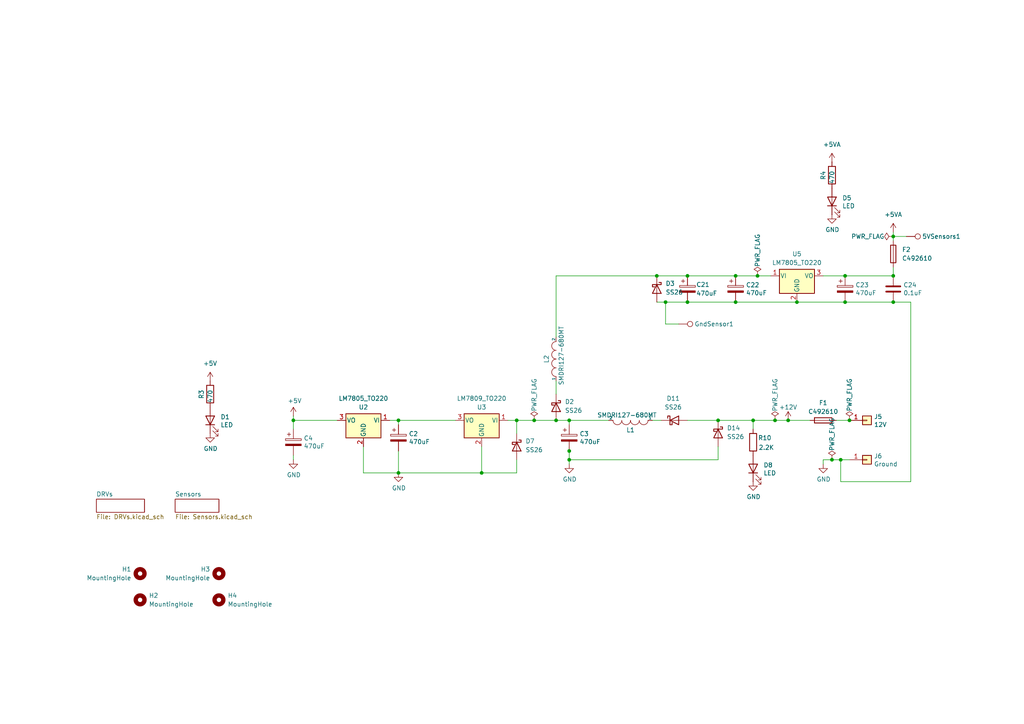
<source format=kicad_sch>
(kicad_sch (version 20231120) (generator "eeschema") (generator_version "8.0")
  (paper "A4")
  (title_block (title "NanoSprayLinear") (date "2024-11-05"))
  (lib_symbols
    (symbol "Diode:SS26" (pin_numbers hide) (pin_names (offset 1.016) hide)
      (property "Reference" "D" (at 0 2.54 0))
      (property "Value" "SS26" (at 0 -2.54 0))
      (symbol "SS26_0_1"
        (polyline (pts (xy 1.27 0) (xy -1.27 0)))
        (polyline (pts (xy 1.27 1.27) (xy 1.27 -1.27) (xy -1.27 0) (xy 1.27 1.27)) (stroke (width 0.254)))
        (polyline (pts (xy -1.905 0.635) (xy -1.905 1.27) (xy -1.27 1.27) (xy -1.27 -1.27) (xy -0.635 -1.27) (xy -0.635 -0.635)) (stroke (width 0.254)))
      )
      (symbol "SS26_1_1"
        (pin passive line (at -3.81 0 0) (length 2.54) (name "K") (number "1"))
        (pin passive line (at 3.81 0 180) (length 2.54) (name "A") (number "2"))
      )
    )
    (symbol "Mechanical:MountingHole" (pin_names (offset 1.016)) (exclude_from_sim yes) (in_bom no)
      (property "Reference" "H" (at 0 5.08 0))
      (property "Value" "MountingHole" (at 0 3.175 0))
      (symbol "MountingHole_0_1"
        (circle (center 0 0) (radius 1.27) (stroke (width 1.27)))
      )
    )
    (symbol "MountingHole_1" (pin_numbers hide) (pin_names (offset 1.016) hide) (exclude_from_sim yes) (in_bom no)
      (property "Reference" "H" (at 0 5.08 0))
      (property "Value" "MountingHole" (at 0 3.175 0))
      (symbol "MountingHole_1_0_1"
        (circle (center 0 0) (radius 1.27) (stroke (width 1.27)))
      )
    )
    (symbol "MountingHole_2" (pin_numbers hide) (pin_names (offset 1.016) hide) (exclude_from_sim yes) (in_bom no)
      (property "Reference" "H" (at 0 5.08 0))
      (property "Value" "MountingHole" (at 0 3.175 0))
      (symbol "MountingHole_2_0_1"
        (circle (center 0 0) (radius 1.27) (stroke (width 1.27)))
      )
    )
    (symbol "RC17Symbols:C" (pin_numbers hide) (pin_names (offset 0.254))
      (property "Reference" "C" (at 0.635 2.54 0))
      (property "Value" "C" (at 0.635 -2.54 0))
      (symbol "C_0_1"
        (polyline (pts (xy -2.032 -0.762) (xy 2.032 -0.762)) (stroke (width 0.508)))
        (polyline (pts (xy -2.032 0.762) (xy 2.032 0.762)) (stroke (width 0.508)))
      )
      (symbol "C_1_1"
        (pin passive line (at 0 3.81 270) (length 2.794) (name "~") (number "1"))
        (pin passive line (at 0 -3.81 90) (length 2.794) (name "~") (number "2"))
      )
    )
    (symbol "RC17Symbols:C_Polarized" (pin_numbers hide) (pin_names (offset 0.254))
      (property "Reference" "C" (at 0.635 2.54 0))
      (property "Value" "C_Polarized" (at 0.635 -2.54 0))
      (symbol "C_Polarized_0_1"
        (rectangle (start -2.286 0.508) (end 2.286 1.016))
        (polyline (pts (xy -1.778 2.286) (xy -0.762 2.286)))
        (polyline (pts (xy -1.27 2.794) (xy -1.27 1.778)))
        (rectangle (start 2.286 -0.508) (end -2.286 -1.016) (fill (type outline)))
      )
      (symbol "C_Polarized_1_1"
        (pin passive line (at 0 3.81 270) (length 2.794) (name "~") (number "1"))
        (pin passive line (at 0 -3.81 90) (length 2.794) (name "~") (number "2"))
      )
    )
    (symbol "RC17Symbols:Conn_01x01" (pin_names (offset 1.016) hide)
      (property "Reference" "J" (at 0 2.54 0))
      (property "Value" "Conn_01x01" (at 0 -2.54 0))
      (symbol "Conn_01x01_1_1"
        (rectangle (start -1.27 0.127) (end 0 -0.127) (stroke (width 0.1524)))
        (rectangle (start -1.27 1.27) (end 1.27 -1.27) (stroke (width 0.254)) (fill (type background)))
        (pin passive line (at -5.08 0 0) (length 3.81) (name "Pin_1") (number "1"))
      )
    )
    (symbol "RC17Symbols:Fuse" (pin_numbers hide) (pin_names (offset 0))
      (property "Reference" "F" (at 2.032 0 90))
      (property "Value" "Fuse" (at -1.905 0 90))
      (symbol "Fuse_0_1"
        (rectangle (start -0.762 -2.54) (end 0.762 2.54) (stroke (width 0.254)))
        (polyline (pts (xy 0 2.54) (xy 0 -2.54)))
      )
      (symbol "Fuse_1_1"
        (pin passive line (at 0 3.81 270) (length 1.27) (name "~") (number "1"))
        (pin passive line (at 0 -3.81 90) (length 1.27) (name "~") (number "2"))
      )
    )
    (symbol "RC17Symbols:INDUCTOR" (pin_numbers hide) (pin_names (offset 0))
      (property "Reference" "L1" (at 0 5.461 0))
      (property "Value" "SMDRI127-330MT" (at 0 3.1496 0))
      (symbol "INDUCTOR_0_1"
        (arc (start -2.54 0) (mid -3.81 1.2645) (end -5.08 0))
        (arc (start 0 0) (mid -1.27 1.2645) (end -2.54 0))
        (arc (start 2.54 0) (mid 1.27 1.2645) (end 0 0))
        (arc (start 5.08 0) (mid 3.81 1.2645) (end 2.54 0))
      )
      (symbol "INDUCTOR_1_1"
        (pin input line (at -6.35 0 0) (length 1.27) (name "1") (number "1"))
        (pin input line (at 6.35 0 180) (length 1.27) (name "2") (number "2"))
      )
    )
    (symbol "RC17Symbols:LED" (pin_numbers hide) (pin_names (offset 1.016) hide)
      (property "Reference" "D" (at 0 2.54 0))
      (property "Value" "LED" (at 0 -2.54 0))
      (symbol "LED_0_1"
        (polyline (pts (xy -1.27 -1.27) (xy -1.27 1.27)) (stroke (width 0.254)))
        (polyline (pts (xy -1.27 0) (xy 1.27 0)))
        (polyline (pts (xy 1.27 -1.27) (xy 1.27 1.27) (xy -1.27 0) (xy 1.27 -1.27)) (stroke (width 0.254)))
        (polyline (pts (xy -3.048 -0.762) (xy -4.572 -2.286) (xy -3.81 -2.286) (xy -4.572 -2.286) (xy -4.572 -1.524)))
        (polyline (pts (xy -1.778 -0.762) (xy -3.302 -2.286) (xy -2.54 -2.286) (xy -3.302 -2.286) (xy -3.302 -1.524)))
      )
      (symbol "LED_1_1"
        (pin passive line (at -3.81 0 0) (length 2.54) (name "K") (number "1"))
        (pin passive line (at 3.81 0 180) (length 2.54) (name "A") (number "2"))
      )
    )
    (symbol "RC17Symbols:LM7805_TO220" (pin_names (offset 0.254))
      (property "Reference" "U" (at -3.81 3.175 0))
      (property "Value" "LM7805_TO220" (at 0 3.175 0))
      (symbol "LM7805_TO220_0_1"
        (rectangle (start -5.08 1.905) (end 5.08 -5.08) (stroke (width 0.254)) (fill (type background)))
      )
      (symbol "LM7805_TO220_1_1"
        (pin power_in line (at -7.62 0 0) (length 2.54) (name "VI") (number "1"))
        (pin power_in line (at 0 -7.62 90) (length 2.54) (name "GND") (number "2"))
        (pin power_out line (at 7.62 0 180) (length 2.54) (name "VO") (number "3"))
      )
    )
    (symbol "RC17Symbols:R" (pin_numbers hide) (pin_names (offset 0))
      (property "Reference" "R" (at 2.032 0 90))
      (property "Value" "R" (at 0 0 90))
      (symbol "R_0_1"
        (rectangle (start -1.016 -2.54) (end 1.016 2.54) (stroke (width 0.254)))
      )
      (symbol "R_1_1"
        (pin passive line (at 0 3.81 270) (length 1.27) (name "~") (number "1"))
        (pin passive line (at 0 -3.81 90) (length 1.27) (name "~") (number "2"))
      )
    )
    (symbol "RC17Symbols:WirePad" (pin_numbers hide) (pin_names (offset 0.762) hide)
      (property "Reference" "WP" (at 0 6.858 0))
      (property "Value" "WirePad" (at 0 5.08 0))
      (symbol "WirePad_0_1"
        (circle (center 0 3.302) (radius 0.762))
      )
      (symbol "WirePad_1_1"
        (pin passive line (at 0 0 90) (length 2.54) (name "1") (number "1"))
      )
    )
    (symbol "Regulator_Linear:LM7809_TO220" (pin_names (offset 0.254))
      (property "Reference" "U" (at -3.81 3.175 0))
      (property "Value" "LM7809_TO220" (at 0 3.175 0))
      (symbol "LM7809_TO220_0_1"
        (rectangle (start -5.08 1.905) (end 5.08 -5.08) (stroke (width 0.254)) (fill (type background)))
      )
      (symbol "LM7809_TO220_1_1"
        (pin power_in line (at -7.62 0 0) (length 2.54) (name "VI") (number "1"))
        (pin power_in line (at 0 -7.62 90) (length 2.54) (name "GND") (number "2"))
        (pin power_out line (at 7.62 0 180) (length 2.54) (name "VO") (number "3"))
      )
    )
    (symbol "power:+12V" (power) (pin_numbers hide) (pin_names (offset 0) hide)
      (property "Value" "+12V" (at 0 3.556 0))
      (symbol "+12V_0_1"
        (polyline (pts (xy -0.762 1.27) (xy 0 2.54)))
        (polyline (pts (xy 0 0) (xy 0 2.54)))
        (polyline (pts (xy 0 2.54) (xy 0.762 1.27)))
      )
      (symbol "+12V_1_1"
        (pin power_in line (at 0 0 90) (length 0) (name "~") (number "1"))
      )
    )
    (symbol "power:+5V" (power) (pin_numbers hide) (pin_names (offset 0) hide)
      (property "Value" "+5V" (at 0 3.556 0))
      (symbol "+5V_0_1"
        (polyline (pts (xy -0.762 1.27) (xy 0 2.54)))
        (polyline (pts (xy 0 0) (xy 0 2.54)))
        (polyline (pts (xy 0 2.54) (xy 0.762 1.27)))
      )
      (symbol "+5V_1_1"
        (pin power_in line (at 0 0 90) (length 0) (name "~") (number "1"))
      )
    )
    (symbol "power:+5VA" (power) (pin_numbers hide) (pin_names (offset 0) hide)
      (property "Value" "+5VA" (at 0 3.556 0))
      (symbol "+5VA_0_1"
        (polyline (pts (xy -0.762 1.27) (xy 0 2.54)))
        (polyline (pts (xy 0 0) (xy 0 2.54)))
        (polyline (pts (xy 0 2.54) (xy 0.762 1.27)))
      )
      (symbol "+5VA_1_1"
        (pin power_in line (at 0 0 90) (length 0) (name "~") (number "1"))
      )
    )
    (symbol "power:GND" (power) (pin_numbers hide) (pin_names (offset 0) hide)
      (property "Value" "GND" (at 0 -3.81 0))
      (symbol "GND_0_1"
        (polyline (pts (xy 0 0) (xy 0 -1.27) (xy 1.27 -1.27) (xy 0 -2.54) (xy -1.27 -1.27) (xy 0 -1.27)))
      )
      (symbol "GND_1_1"
        (pin power_in line (at 0 0 270) (length 0) (name "~") (number "1"))
      )
    )
    (symbol "power:PWR_FLAG" (power) (pin_numbers hide) (pin_names (offset 0) hide)
      (property "Value" "PWR_FLAG" (at 0 3.81 0))
      (symbol "PWR_FLAG_0_0"
        (pin power_out line (at 0 0 90) (length 0) (name "~") (number "1"))
      )
      (symbol "PWR_FLAG_0_1"
        (polyline (pts (xy 0 0) (xy 0 1.27) (xy -1.016 1.905) (xy 0 2.54) (xy 1.016 1.905) (xy 0 1.27)))
      )
    )
  )
  (junction (at 154.94 121.92))
  (junction (at 85.09 121.92))
  (junction (at 165.1 121.92))
  (junction (at 199.39 87.63))
  (junction (at 213.36 80.01))
  (junction (at 245.11 87.63))
  (junction (at 259.08 87.63))
  (junction (at 165.1 133.35))
  (junction (at 241.3 133.35))
  (junction (at 231.14 87.63))
  (junction (at 219.71 80.01))
  (junction (at 259.08 68.58))
  (junction (at 115.57 121.92))
  (junction (at 165.1 130.81))
  (junction (at 259.08 80.01))
  (junction (at 199.39 80.01))
  (junction (at 190.5 80.01))
  (junction (at 139.7 137.16))
  (junction (at 243.84 133.35))
  (junction (at 228.6 121.92))
  (junction (at 213.36 87.63))
  (junction (at 149.86 121.92))
  (junction (at 115.57 137.16))
  (junction (at 245.11 80.01))
  (junction (at 224.79 121.92))
  (junction (at 218.44 121.92))
  (junction (at 246.38 121.92))
  (junction (at 161.29 121.92))
  (junction (at 208.28 121.92))
  (junction (at 193.04 87.63))
  (wire (pts (xy 199.39 80.01) (xy 213.36 80.01)))
  (wire (pts (xy 224.79 121.92) (xy 228.6 121.92)))
  (wire (pts (xy 165.1 129.54) (xy 165.1 130.81)))
  (wire (pts (xy 149.86 121.92) (xy 149.86 125.73)))
  (wire (pts (xy 149.86 133.35) (xy 149.86 137.16)))
  (wire (pts (xy 193.04 87.63) (xy 199.39 87.63)))
  (wire (pts (xy 147.32 121.92) (xy 149.86 121.92)))
  (wire (pts (xy 190.5 87.63) (xy 193.04 87.63)))
  (wire (pts (xy 105.41 129.54) (xy 105.41 137.16)))
  (wire (pts (xy 115.57 121.92) (xy 115.57 123.19)))
  (wire (pts (xy 208.28 129.54) (xy 208.28 133.35)))
  (wire (pts (xy 259.08 87.63) (xy 264.16 87.63)))
  (wire (pts (xy 115.57 121.92) (xy 132.08 121.92)))
  (wire (pts (xy 259.08 68.58) (xy 259.08 69.85)))
  (wire (pts (xy 161.29 80.01) (xy 161.29 97.79)))
  (wire (pts (xy 161.29 121.92) (xy 165.1 121.92)))
  (wire (pts (xy 246.38 133.35) (xy 243.84 133.35)))
  (wire (pts (xy 85.09 121.92) (xy 97.79 121.92)))
  (wire (pts (xy 218.44 121.92) (xy 218.44 124.46)))
  (wire (pts (xy 243.84 133.35) (xy 241.3 133.35)))
  (wire (pts (xy 85.09 132.08) (xy 85.09 133.35)))
  (wire (pts (xy 245.11 80.01) (xy 259.08 80.01)))
  (wire (pts (xy 161.29 110.49) (xy 161.29 114.3)))
  (wire (pts (xy 208.28 133.35) (xy 165.1 133.35)))
  (wire (pts (xy 213.36 80.01) (xy 219.71 80.01)))
  (wire (pts (xy 238.76 80.01) (xy 245.11 80.01)))
  (wire (pts (xy 113.03 121.92) (xy 115.57 121.92)))
  (wire (pts (xy 189.23 121.92) (xy 191.77 121.92)))
  (wire (pts (xy 208.28 121.92) (xy 218.44 121.92)))
  (wire (pts (xy 139.7 137.16) (xy 149.86 137.16)))
  (wire (pts (xy 264.16 87.63) (xy 264.16 139.7)))
  (wire (pts (xy 115.57 137.16) (xy 139.7 137.16)))
  (wire (pts (xy 193.04 93.98) (xy 196.85 93.98)))
  (wire (pts (xy 115.57 130.81) (xy 115.57 137.16)))
  (wire (pts (xy 165.1 130.81) (xy 165.1 133.35)))
  (wire (pts (xy 190.5 80.01) (xy 199.39 80.01)))
  (wire (pts (xy 85.09 121.92) (xy 85.09 124.46)))
  (wire (pts (xy 219.71 80.01) (xy 223.52 80.01)))
  (wire (pts (xy 161.29 80.01) (xy 190.5 80.01)))
  (wire (pts (xy 213.36 87.63) (xy 231.14 87.63)))
  (wire (pts (xy 218.44 121.92) (xy 224.79 121.92)))
  (wire (pts (xy 243.84 139.7) (xy 264.16 139.7)))
  (wire (pts (xy 259.08 67.31) (xy 259.08 68.58)))
  (wire (pts (xy 245.11 87.63) (xy 259.08 87.63)))
  (wire (pts (xy 259.08 77.47) (xy 259.08 80.01)))
  (wire (pts (xy 139.7 129.54) (xy 139.7 137.16)))
  (wire (pts (xy 243.84 133.35) (xy 243.84 139.7)))
  (wire (pts (xy 238.76 133.35) (xy 238.76 134.62)))
  (wire (pts (xy 154.94 121.92) (xy 161.29 121.92)))
  (wire (pts (xy 228.6 121.92) (xy 234.95 121.92)))
  (wire (pts (xy 231.14 87.63) (xy 245.11 87.63)))
  (wire (pts (xy 193.04 87.63) (xy 193.04 93.98)))
  (wire (pts (xy 105.41 137.16) (xy 115.57 137.16)))
  (wire (pts (xy 242.57 121.92) (xy 246.38 121.92)))
  (wire (pts (xy 199.39 121.92) (xy 208.28 121.92)))
  (wire (pts (xy 85.09 121.92) (xy 85.09 120.65)))
  (wire (pts (xy 149.86 121.92) (xy 154.94 121.92)))
  (wire (pts (xy 241.3 133.35) (xy 238.76 133.35)))
  (wire (pts (xy 165.1 121.92) (xy 165.1 123.19)))
  (wire (pts (xy 199.39 87.63) (xy 213.36 87.63)))
  (wire (pts (xy 259.08 68.58) (xy 262.89 68.58)))
  (wire (pts (xy 165.1 133.35) (xy 165.1 134.62)))
  (wire (pts (xy 165.1 121.92) (xy 176.53 121.92)))
  (symbol (lib_id "power:GND") (at 115.57 137.16 0) (unit 1)
    (property "Reference" "#PWR027" (effects (hide yes)))
    (property "Value" "GND" (at 115.697 141.5542 0))
    (property "Description" "Power symbol creates a global label with name \"GND\" , ground" (effects (hide yes)))
  )
  (symbol (lib_id "Diode:SS26") (at 190.5 83.82 270) (unit 1)
    (property "Reference" "D3" (at 193.04 82.2324 90) (effects (justify left)))
    (property "Value" "SS26" (at 193.04 84.7724 90) (effects (justify left)))
    (property "Footprint" "Diode_SMD:D_SMA" (effects (hide yes)))
    (property "Datasheet" "https://www.vishay.com/docs/88748/ss22.pdf" (effects (hide yes)))
    (property "Description" "60V 2A Schottky Diode, SMA" (effects (hide yes)))
  )
  (symbol (lib_id "Regulator_Linear:LM7809_TO220") (at 139.7 121.92 0) (mirror y) (unit 1)
    (property "Reference" "U3" (at 139.7 118.11 0))
    (property "Value" "LM7809_TO220" (at 139.7 115.57 0))
    (property "Footprint" "Package_TO_SOT_THT:TO-220-3_Vertical" (effects (hide yes)))
    (property "Datasheet" "https://www.onsemi.cn/PowerSolutions/document/MC7800-D.PDF" (effects (hide yes)))
    (property "Description" "Positive 1A 35V Linear Regulator, Fixed Output 9V, TO-220" (effects (hide yes)))
  )
  (symbol (lib_id "power:PWR_FLAG") (at 219.71 80.01 0) (unit 1)
    (property "Reference" "#FLG02" (effects (hide yes)))
    (property "Value" "PWR_FLAG" (at 219.71 77.47 90) (effects (justify left)))
    (property "Description" "Special symbol for telling ERC where power comes from" (effects (hide yes)))
  )
  (symbol (lib_id "RC17Symbols:C_Polarized") (at 115.57 127 0) (unit 1)
    (property "Reference" "C2" (at 118.5672 125.8316 0) (effects (justify left)))
    (property "Value" "470uF" (at 118.5672 128.143 0) (effects (justify left)))
    (property "Footprint" "Capacitor_SMD:CP_Elec_10x10.5" (effects (hide yes)))
  )
  (symbol (lib_id "power:PWR_FLAG") (at 241.3 133.35 0) (unit 1)
    (property "Reference" "#FLG05" (effects (hide yes)))
    (property "Value" "PWR_FLAG" (at 241.3 130.81 90) (effects (justify left)))
    (property "Description" "Special symbol for telling ERC where power comes from" (effects (hide yes)))
  )
  (symbol (lib_id "RC17Symbols:R") (at 241.3 50.8 180) (unit 1)
    (property "Reference" "R4" (at 238.76 49.53 90) (effects (justify left)))
    (property "Value" "470" (at 241.3 49.53 90) (effects (justify left)))
    (property "Footprint" "Resistor_SMD:R_0603_1608Metric" (effects (hide yes)))
  )
  (symbol (lib_id "RC17Symbols:Fuse") (at 259.08 73.66 0) (unit 1)
    (property "Reference" "F2" (at 261.62 72.39 0) (effects (justify left)))
    (property "Value" "C492610" (at 261.62 74.93 0) (effects (justify left)))
    (property "Footprint" "RC17Footprints:Fuse_Holder_C492610" (effects (hide yes)))
  )
  (symbol (lib_id "RC17Symbols:INDUCTOR") (at 161.29 104.14 90) (unit 1)
    (property "Reference" "L2" (at 158.496 104.14 0))
    (property "Value" "SMDRI127-680MT" (at 162.814 103.124 0))
    (property "Footprint" "RC17Footprints:TMPA1265SP-101MN-D" (effects (hide yes)))
  )
  (symbol (lib_id "Diode:SS26") (at 208.28 125.73 270) (unit 1)
    (property "Reference" "D14" (at 210.82 124.1424 90) (effects (justify left)))
    (property "Value" "SS26" (at 210.82 126.6824 90) (effects (justify left)))
    (property "Footprint" "Diode_SMD:D_SMA" (effects (hide yes)))
    (property "Datasheet" "https://www.vishay.com/docs/88748/ss22.pdf" (effects (hide yes)))
    (property "Description" "60V 2A Schottky Diode, SMA" (effects (hide yes)))
  )
  (symbol (lib_id "power:GND") (at 238.76 134.62 0) (unit 1)
    (property "Reference" "#PWR022" (effects (hide yes)))
    (property "Value" "GND" (at 238.887 139.0142 0))
    (property "Description" "Power symbol creates a global label with name \"GND\" , ground" (effects (hide yes)))
  )
  (symbol (lib_id "power:PWR_FLAG") (at 246.38 121.92 0) (unit 1)
    (property "Reference" "#FLG03" (effects (hide yes)))
    (property "Value" "PWR_FLAG" (at 246.38 119.38 90) (effects (justify left)))
    (property "Description" "Special symbol for telling ERC where power comes from" (effects (hide yes)))
  )
  (symbol (lib_id "power:+5VA") (at 241.3 46.99 0) (unit 1)
    (property "Reference" "#PWR020" (effects (hide yes)))
    (property "Value" "+5VA" (at 241.3 41.91 0))
    (property "Description" "Power symbol creates a global label with name \"+5VA\"" (effects (hide yes)))
  )
  (symbol (lib_id "RC17Symbols:Fuse") (at 238.76 121.92 90) (unit 1)
    (property "Reference" "F1" (at 238.76 116.84 90))
    (property "Value" "C492610" (at 238.76 119.38 90))
    (property "Footprint" "RC17Footprints:Fuse_Holder_C492610" (effects (hide yes)))
  )
  (symbol (lib_id "Mechanical:MountingHole") (at 40.64 173.99 0) (unit 1) (in_bom no)
    (property "Reference" "H2" (at 43.18 172.72 0) (effects (justify left)))
    (property "Value" "MountingHole" (at 43.18 175.26 0) (effects (justify left)))
    (property "Footprint" "MountingHole:MountingHole_5.3mm_M5_DIN965_Pad" (effects (hide yes)))
    (property "Description" "Mounting Hole without connection" (effects (hide yes)))
  )
  (symbol (lib_id "RC17Symbols:WirePad") (at 262.89 68.58 270) (unit 1) (in_bom no)
    (property "Reference" "5VSensors1" (at 267.462 68.58 90) (effects (justify left)))
    (property "Value" "WirePad" (effects (hide yes)))
    (property "Footprint" "RC17Footprints:SolderWirePad16" (effects (hide yes)))
    (property "Description" "WirePad" (effects (hide yes)))
  )
  (symbol (lib_id "power:PWR_FLAG") (at 224.79 121.92 0) (unit 1)
    (property "Reference" "#FLG01" (effects (hide yes)))
    (property "Value" "PWR_FLAG" (at 224.79 119.38 90) (effects (justify left)))
    (property "Description" "Special symbol for telling ERC where power comes from" (effects (hide yes)))
  )
  (symbol (lib_id "power:GND") (at 165.1 134.62 0) (unit 1)
    (property "Reference" "#PWR033" (effects (hide yes)))
    (property "Value" "GND" (at 165.227 139.0142 0))
    (property "Description" "Power symbol creates a global label with name \"GND\" , ground" (effects (hide yes)))
  )
  (symbol (lib_id "Diode:SS26") (at 149.86 129.54 270) (unit 1)
    (property "Reference" "D7" (at 152.4 127.9524 90) (effects (justify left)))
    (property "Value" "SS26" (at 152.4 130.4924 90) (effects (justify left)))
    (property "Footprint" "Diode_SMD:D_SMA" (effects (hide yes)))
    (property "Datasheet" "https://www.vishay.com/docs/88748/ss22.pdf" (effects (hide yes)))
    (property "Description" "60V 2A Schottky Diode, SMA" (effects (hide yes)))
  )
  (symbol (lib_name "MountingHole_1") (lib_id "Mechanical:MountingHole") (at 40.64 166.37 0) (mirror y) (unit 1) (in_bom no)
    (property "Reference" "H1" (at 38.1 165.1 0) (effects (justify left)))
    (property "Value" "MountingHole" (at 38.1 167.64 0) (effects (justify left)))
    (property "Footprint" "MountingHole:MountingHole_5.3mm_M5_DIN965_Pad" (effects (hide yes)))
    (property "Description" "Mounting Hole without connection" (effects (hide yes)))
  )
  (symbol (lib_id "power:GND") (at 241.3 62.23 0) (unit 1)
    (property "Reference" "#PWR024" (effects (hide yes)))
    (property "Value" "GND" (at 241.427 66.6242 0))
    (property "Description" "Power symbol creates a global label with name \"GND\" , ground" (effects (hide yes)))
  )
  (symbol (lib_id "RC17Symbols:LED") (at 60.96 121.92 90) (unit 1)
    (property "Reference" "D1" (at 63.9572 120.9294 90) (effects (justify right)))
    (property "Value" "LED" (at 63.9572 123.2408 90) (effects (justify right)))
    (property "Footprint" "LED_SMD:LED_0603_1608Metric" (effects (hide yes)))
  )
  (symbol (lib_id "RC17Symbols:C_Polarized") (at 213.36 83.82 0) (unit 1)
    (property "Reference" "C22" (at 216.3572 82.6516 0) (effects (justify left)))
    (property "Value" "470uF" (at 216.3572 84.963 0) (effects (justify left)))
    (property "Footprint" "Capacitor_SMD:CP_Elec_10x10.5" (effects (hide yes)))
  )
  (symbol (lib_id "power:GND") (at 218.44 139.7 0) (unit 1)
    (property "Reference" "#PWR038" (effects (hide yes)))
    (property "Value" "GND" (at 218.567 144.0942 0))
    (property "Description" "Power symbol creates a global label with name \"GND\" , ground" (effects (hide yes)))
  )
  (symbol (lib_id "power:+5V") (at 60.96 110.49 0) (unit 1)
    (property "Reference" "#PWR018" (effects (hide yes)))
    (property "Value" "+5V" (at 60.96 105.41 0))
    (property "Description" "Power symbol creates a global label with name \"+5V\"" (effects (hide yes)))
  )
  (symbol (lib_id "power:PWR_FLAG") (at 259.08 68.58 90) (unit 1)
    (property "Reference" "#FLG06" (effects (hide yes)))
    (property "Value" "PWR_FLAG" (at 256.54 68.58 90) (effects (justify left)))
    (property "Description" "Special symbol for telling ERC where power comes from" (effects (hide yes)))
  )
  (symbol (lib_id "power:+5VA") (at 259.08 67.31 0) (unit 1)
    (property "Reference" "#PWR045" (effects (hide yes)))
    (property "Value" "+5VA" (at 259.08 62.23 0))
    (property "Description" "Power symbol creates a global label with name \"+5VA\"" (effects (hide yes)))
  )
  (symbol (lib_id "RC17Symbols:C_Polarized") (at 245.11 83.82 0) (unit 1)
    (property "Reference" "C23" (at 248.1072 82.6516 0) (effects (justify left)))
    (property "Value" "470uF" (at 248.1072 84.963 0) (effects (justify left)))
    (property "Footprint" "Capacitor_SMD:CP_Elec_10x10.5" (effects (hide yes)))
  )
  (symbol (lib_id "Diode:SS26") (at 161.29 118.11 270) (unit 1)
    (property "Reference" "D2" (at 163.83 116.5224 90) (effects (justify left)))
    (property "Value" "SS26" (at 163.83 119.0624 90) (effects (justify left)))
    (property "Footprint" "Diode_SMD:D_SMA" (effects (hide yes)))
    (property "Datasheet" "https://www.vishay.com/docs/88748/ss22.pdf" (effects (hide yes)))
    (property "Description" "60V 2A Schottky Diode, SMA" (effects (hide yes)))
  )
  (symbol (lib_id "power:GND") (at 85.09 133.35 0) (unit 1)
    (property "Reference" "#PWR029" (effects (hide yes)))
    (property "Value" "GND" (at 85.217 137.7442 0))
    (property "Description" "Power symbol creates a global label with name \"GND\" , ground" (effects (hide yes)))
  )
  (symbol (lib_id "RC17Symbols:C_Polarized") (at 85.09 128.27 0) (unit 1)
    (property "Reference" "C4" (at 88.0872 127.1016 0) (effects (justify left)))
    (property "Value" "470uF" (at 88.0872 129.413 0) (effects (justify left)))
    (property "Footprint" "Capacitor_SMD:CP_Elec_10x10.5" (effects (hide yes)))
  )
  (symbol (lib_name "MountingHole_2") (lib_id "Mechanical:MountingHole") (at 63.5 166.37 0) (mirror y) (unit 1) (in_bom no)
    (property "Reference" "H3" (at 60.96 165.1 0) (effects (justify left)))
    (property "Value" "MountingHole" (at 60.96 167.64 0) (effects (justify left)))
    (property "Footprint" "MountingHole:MountingHole_5.3mm_M5_DIN965_Pad" (effects (hide yes)))
    (property "Description" "Mounting Hole without connection" (effects (hide yes)))
  )
  (symbol (lib_id "RC17Symbols:LM7805_TO220") (at 231.14 80.01 0) (unit 1)
    (property "Reference" "U5" (at 231.14 73.66 0))
    (property "Value" "LM7805_TO220" (at 231.14 76.2 0))
    (property "Footprint" "Package_TO_SOT_THT:TO-220-3_Vertical" (effects (hide yes)))
    (property "Datasheet" "https://www.onsemi.cn/PowerSolutions/document/MC7800-D.PDF" (effects (hide yes)))
  )
  (symbol (lib_id "RC17Symbols:C_Polarized") (at 165.1 127 0) (unit 1)
    (property "Reference" "C3" (at 168.0972 125.8316 0) (effects (justify left)))
    (property "Value" "470uF" (at 168.0972 128.143 0) (effects (justify left)))
    (property "Footprint" "Capacitor_SMD:CP_Elec_10x10.5" (effects (hide yes)))
  )
  (symbol (lib_id "power:+5V") (at 85.09 120.65 0) (unit 1)
    (property "Reference" "#PWR042" (effects (hide yes)))
    (property "Value" "+5V" (at 85.471 116.2558 0))
    (property "Description" "Power symbol creates a global label with name \"+5V\"" (effects (hide yes)))
  )
  (symbol (lib_id "power:+12V") (at 228.6 121.92 0) (unit 1)
    (property "Reference" "#PWR02" (effects (hide yes)))
    (property "Value" "+12V" (at 228.6 118.11 0))
    (property "Description" "Power symbol creates a global label with name \"+12V\"" (effects (hide yes)))
  )
  (symbol (lib_id "RC17Symbols:LED") (at 218.44 135.89 90) (unit 1)
    (property "Reference" "D8" (at 221.4372 134.8994 90) (effects (justify right)))
    (property "Value" "LED" (at 221.4372 137.2108 90) (effects (justify right)))
    (property "Footprint" "LED_SMD:LED_0603_1608Metric" (effects (hide yes)))
  )
  (symbol (lib_id "RC17Symbols:C_Polarized") (at 199.39 83.82 0) (unit 1)
    (property "Reference" "C21" (at 201.93 82.55 0) (effects (justify left)))
    (property "Value" "470uF" (at 201.93 85.09 0) (effects (justify left)))
    (property "Footprint" "Capacitor_SMD:CP_Elec_10x10.5" (effects (hide yes)))
  )
  (symbol (lib_id "power:GND") (at 60.96 125.73 0) (unit 1)
    (property "Reference" "#PWR019" (effects (hide yes)))
    (property "Value" "GND" (at 61.087 130.1242 0))
    (property "Description" "Power symbol creates a global label with name \"GND\" , ground" (effects (hide yes)))
  )
  (symbol (lib_id "RC17Symbols:LED") (at 241.3 58.42 90) (unit 1)
    (property "Reference" "D5" (at 244.2972 57.4294 90) (effects (justify right)))
    (property "Value" "LED" (at 244.2972 59.7408 90) (effects (justify right)))
    (property "Footprint" "LED_SMD:LED_0603_1608Metric" (effects (hide yes)))
  )
  (symbol (lib_id "RC17Symbols:INDUCTOR") (at 182.88 121.92 180) (unit 1)
    (property "Reference" "L1" (at 182.88 124.714 0))
    (property "Value" "SMDRI127-680MT" (at 181.864 120.396 0))
    (property "Footprint" "RC17Footprints:TMPA1265SP-101MN-D" (effects (hide yes)))
  )
  (symbol (lib_id "RC17Symbols:R") (at 60.96 114.3 180) (unit 1)
    (property "Reference" "R3" (at 58.42 113.03 90) (effects (justify left)))
    (property "Value" "470" (at 60.96 113.03 90) (effects (justify left)))
    (property "Footprint" "Resistor_SMD:R_0603_1608Metric" (effects (hide yes)))
  )
  (symbol (lib_id "RC17Symbols:C") (at 259.08 83.82 0) (unit 1)
    (property "Reference" "C24" (at 262.001 82.6516 0) (effects (justify left)))
    (property "Value" "0.1uF" (at 262.001 84.963 0) (effects (justify left)))
    (property "Footprint" "Capacitor_SMD:C_0603_1608Metric" (effects (hide yes)))
  )
  (symbol (lib_id "RC17Symbols:R") (at 218.44 128.27 0) (mirror y) (unit 1)
    (property "Reference" "R10" (at 223.774 127 0) (effects (justify left)))
    (property "Value" "2.2K" (at 224.536 129.794 0) (effects (justify left)))
    (property "Footprint" "Resistor_SMD:R_0603_1608Metric" (effects (hide yes)))
  )
  (symbol (lib_id "power:PWR_FLAG") (at 154.94 121.92 0) (unit 1)
    (property "Reference" "#FLG04" (effects (hide yes)))
    (property "Value" "PWR_FLAG" (at 154.94 119.38 90) (effects (justify left)))
    (property "Description" "Special symbol for telling ERC where power comes from" (effects (hide yes)))
  )
  (symbol (lib_id "Diode:SS26") (at 195.58 121.92 0) (unit 1)
    (property "Reference" "D11" (at 195.2625 115.57 0))
    (property "Value" "SS26" (at 195.2625 118.11 0))
    (property "Footprint" "Diode_SMD:D_SMA" (effects (hide yes)))
    (property "Datasheet" "https://www.vishay.com/docs/88748/ss22.pdf" (effects (hide yes)))
    (property "Description" "60V 2A Schottky Diode, SMA" (effects (hide yes)))
  )
  (symbol (lib_id "RC17Symbols:Conn_01x01") (at 251.46 133.35 0) (unit 1) (in_bom no)
    (property "Reference" "J6" (at 253.492 132.2832 0) (effects (justify left)))
    (property "Value" "Ground" (at 253.492 134.5946 0) (effects (justify left)))
    (property "Footprint" "RC17Footprints:PowerPin" (effects (hide yes)))
  )
  (symbol (lib_id "RC17Symbols:LM7805_TO220") (at 105.41 121.92 0) (mirror y) (unit 1)
    (property "Reference" "U2" (at 105.41 118.11 0))
    (property "Value" "LM7805_TO220" (at 105.41 115.57 0))
    (property "Footprint" "Package_TO_SOT_THT:TO-220-3_Vertical" (effects (hide yes)))
    (property "Datasheet" "https://www.onsemi.cn/PowerSolutions/document/MC7800-D.PDF" (effects (hide yes)))
  )
  (symbol (lib_id "RC17Symbols:WirePad") (at 196.85 93.98 270) (unit 1) (in_bom no)
    (property "Reference" "GndSensor1" (at 201.422 93.98 90) (effects (justify left)))
    (property "Value" "WirePad" (effects (hide yes)))
    (property "Footprint" "RC17Footprints:SolderWirePad16" (effects (hide yes)))
    (property "Description" "WirePad" (effects (hide yes)))
  )
  (symbol (lib_id "Mechanical:MountingHole") (at 63.5 173.99 0) (unit 1) (in_bom no)
    (property "Reference" "H4" (at 66.04 172.72 0) (effects (justify left)))
    (property "Value" "MountingHole" (at 66.04 175.26 0) (effects (justify left)))
    (property "Footprint" "MountingHole:MountingHole_5.3mm_M5_DIN965_Pad" (effects (hide yes)))
    (property "Description" "Mounting Hole without connection" (effects (hide yes)))
  )
  (symbol (lib_id "RC17Symbols:Conn_01x01") (at 251.46 121.92 0) (unit 1) (in_bom no)
    (property "Reference" "J5" (at 253.492 120.8532 0) (effects (justify left)))
    (property "Value" "12V" (at 253.492 123.1646 0) (effects (justify left)))
    (property "Footprint" "RC17Footprints:PowerPin" (effects (hide yes)))
  )
  (sheet (at 27.94 144.78) (size 13.97 3.81) (stroke (width 0.1524))
    (property "Sheetname" "DRVs" (at 27.94 144.0684 0) (effects (justify left bottom)))
    (property "Sheetfile" "DRVs.kicad_sch" (at 27.94 149.1746 0) (effects (justify left top)))
  )
  (sheet (at 50.8 144.78) (size 12.7 3.81) (stroke (width 0.1524))
    (property "Sheetname" "Sensors" (at 50.8 144.0684 0) (effects (justify left bottom)))
    (property "Sheetfile" "Sensors.kicad_sch" (at 50.8 149.1746 0) (effects (justify left top)))
  )
)
</source>
